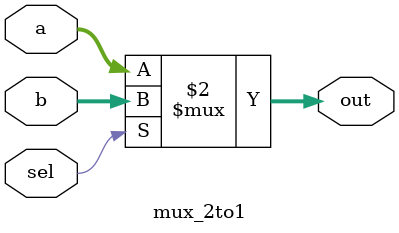
<source format=v>
`timescale 1ns / 1ps


module mux_2to1(
    input [15:0] a,
    input [15:0] b,
    input sel,
    output [15:0] out
    );
    assign out = (sel == 0) ? a : b; //Selects 'a' if sel is 0 and 'b' otherwise.
endmodule

</source>
